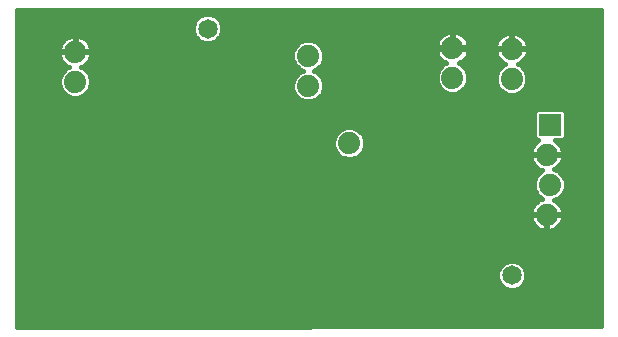
<source format=gbl>
G75*
%MOIN*%
%OFA0B0*%
%FSLAX25Y25*%
%IPPOS*%
%LPD*%
%AMOC8*
5,1,8,0,0,1.08239X$1,22.5*
%
%ADD10C,0.07400*%
%ADD11R,0.07400X0.07400*%
%ADD12C,0.01600*%
%ADD13C,0.06496*%
D10*
X0142120Y0094722D03*
X0128460Y0113902D03*
X0128460Y0123902D03*
X0176500Y0126432D03*
X0176500Y0116432D03*
X0196190Y0116172D03*
X0196190Y0126172D03*
X0207930Y0090912D03*
X0208930Y0080912D03*
X0207930Y0070912D03*
X0050720Y0115132D03*
X0050720Y0125132D03*
D11*
X0208930Y0100912D03*
D12*
X0031390Y0138925D02*
X0031390Y0033564D01*
X0225981Y0033650D01*
X0225981Y0139010D01*
X0031390Y0138925D01*
X0031390Y0137591D02*
X0093595Y0137591D01*
X0093956Y0137740D02*
X0092174Y0137002D01*
X0090810Y0135638D01*
X0090072Y0133856D01*
X0090072Y0131928D01*
X0090810Y0130146D01*
X0092174Y0128782D01*
X0093956Y0128044D01*
X0095884Y0128044D01*
X0097666Y0128782D01*
X0099030Y0130146D01*
X0099768Y0131928D01*
X0099768Y0133856D01*
X0099030Y0135638D01*
X0097666Y0137002D01*
X0095884Y0137740D01*
X0093956Y0137740D01*
X0096245Y0137591D02*
X0225981Y0137591D01*
X0225981Y0135992D02*
X0098676Y0135992D01*
X0099545Y0134394D02*
X0225981Y0134394D01*
X0225981Y0132795D02*
X0099768Y0132795D01*
X0099465Y0131197D02*
X0173737Y0131197D01*
X0173617Y0131136D02*
X0172917Y0130627D01*
X0172305Y0130015D01*
X0171796Y0129315D01*
X0171403Y0128543D01*
X0171135Y0127720D01*
X0171000Y0126865D01*
X0171000Y0126632D01*
X0176300Y0126632D01*
X0176300Y0131932D01*
X0176067Y0131932D01*
X0175212Y0131797D01*
X0174389Y0131529D01*
X0173617Y0131136D01*
X0172002Y0129598D02*
X0098482Y0129598D01*
X0091358Y0129598D02*
X0053930Y0129598D01*
X0053603Y0129836D02*
X0054303Y0129327D01*
X0054915Y0128715D01*
X0055424Y0128015D01*
X0055817Y0127243D01*
X0056085Y0126420D01*
X0056220Y0125565D01*
X0056220Y0125332D01*
X0050920Y0125332D01*
X0050520Y0125332D01*
X0050520Y0130632D01*
X0050287Y0130632D01*
X0049432Y0130497D01*
X0048609Y0130229D01*
X0047837Y0129836D01*
X0047137Y0129327D01*
X0046525Y0128715D01*
X0046016Y0128015D01*
X0045623Y0127243D01*
X0045355Y0126420D01*
X0045220Y0125565D01*
X0045220Y0125332D01*
X0050520Y0125332D01*
X0050520Y0124932D01*
X0045220Y0124932D01*
X0045220Y0124699D01*
X0045355Y0123844D01*
X0045623Y0123021D01*
X0046016Y0122249D01*
X0046525Y0121549D01*
X0047137Y0120937D01*
X0047837Y0120428D01*
X0048609Y0120035D01*
X0048664Y0120017D01*
X0047718Y0119625D01*
X0046227Y0118134D01*
X0045420Y0116186D01*
X0045420Y0114078D01*
X0046227Y0112130D01*
X0047718Y0110639D01*
X0049666Y0109832D01*
X0051774Y0109832D01*
X0053722Y0110639D01*
X0055213Y0112130D01*
X0056020Y0114078D01*
X0056020Y0116186D01*
X0055213Y0118134D01*
X0053722Y0119625D01*
X0052776Y0120017D01*
X0052831Y0120035D01*
X0053603Y0120428D01*
X0054303Y0120937D01*
X0054915Y0121549D01*
X0055424Y0122249D01*
X0055817Y0123021D01*
X0056085Y0123844D01*
X0056220Y0124699D01*
X0056220Y0124932D01*
X0050920Y0124932D01*
X0050920Y0125332D01*
X0050920Y0130632D01*
X0051153Y0130632D01*
X0052008Y0130497D01*
X0052831Y0130229D01*
X0053603Y0129836D01*
X0055432Y0128000D02*
X0125062Y0128000D01*
X0125458Y0128395D02*
X0123967Y0126904D01*
X0123160Y0124956D01*
X0123160Y0122848D01*
X0123967Y0120900D01*
X0125458Y0119409D01*
X0126682Y0118902D01*
X0125458Y0118395D01*
X0123967Y0116904D01*
X0123160Y0114956D01*
X0123160Y0112848D01*
X0123967Y0110900D01*
X0125458Y0109409D01*
X0127406Y0108602D01*
X0129514Y0108602D01*
X0131462Y0109409D01*
X0132953Y0110900D01*
X0133760Y0112848D01*
X0133760Y0114956D01*
X0132953Y0116904D01*
X0131462Y0118395D01*
X0130238Y0118902D01*
X0131462Y0119409D01*
X0132953Y0120900D01*
X0133760Y0122848D01*
X0133760Y0124956D01*
X0132953Y0126904D01*
X0131462Y0128395D01*
X0129514Y0129202D01*
X0127406Y0129202D01*
X0125458Y0128395D01*
X0123759Y0126401D02*
X0056088Y0126401D01*
X0056220Y0124803D02*
X0123160Y0124803D01*
X0123160Y0123204D02*
X0055877Y0123204D01*
X0054956Y0121606D02*
X0123674Y0121606D01*
X0124859Y0120007D02*
X0052800Y0120007D01*
X0054939Y0118409D02*
X0125491Y0118409D01*
X0123928Y0116810D02*
X0055762Y0116810D01*
X0056020Y0115212D02*
X0123266Y0115212D01*
X0123160Y0113613D02*
X0055828Y0113613D01*
X0055098Y0112015D02*
X0123505Y0112015D01*
X0124451Y0110416D02*
X0053184Y0110416D01*
X0048256Y0110416D02*
X0031390Y0110416D01*
X0031390Y0108818D02*
X0126885Y0108818D01*
X0130035Y0108818D02*
X0225981Y0108818D01*
X0225981Y0110416D02*
X0132469Y0110416D01*
X0133415Y0112015D02*
X0173422Y0112015D01*
X0173498Y0111939D02*
X0175446Y0111132D01*
X0177554Y0111132D01*
X0179502Y0111939D01*
X0180993Y0113430D01*
X0181800Y0115378D01*
X0181800Y0117486D01*
X0180993Y0119434D01*
X0179502Y0120925D01*
X0178556Y0121317D01*
X0178611Y0121335D01*
X0179383Y0121728D01*
X0180083Y0122237D01*
X0180695Y0122849D01*
X0181204Y0123549D01*
X0181597Y0124321D01*
X0181865Y0125144D01*
X0182000Y0125999D01*
X0182000Y0126232D01*
X0176700Y0126232D01*
X0176700Y0126632D01*
X0176300Y0126632D01*
X0176300Y0126232D01*
X0171000Y0126232D01*
X0171000Y0125999D01*
X0171135Y0125144D01*
X0171403Y0124321D01*
X0171796Y0123549D01*
X0172305Y0122849D01*
X0172917Y0122237D01*
X0173617Y0121728D01*
X0174389Y0121335D01*
X0174444Y0121317D01*
X0173498Y0120925D01*
X0172007Y0119434D01*
X0171200Y0117486D01*
X0171200Y0115378D01*
X0172007Y0113430D01*
X0173498Y0111939D01*
X0171931Y0113613D02*
X0133760Y0113613D01*
X0133654Y0115212D02*
X0171269Y0115212D01*
X0171200Y0116810D02*
X0132992Y0116810D01*
X0131429Y0118409D02*
X0171582Y0118409D01*
X0172580Y0120007D02*
X0132061Y0120007D01*
X0133245Y0121606D02*
X0173857Y0121606D01*
X0172047Y0123204D02*
X0133760Y0123204D01*
X0133760Y0124803D02*
X0171246Y0124803D01*
X0176300Y0126401D02*
X0133161Y0126401D01*
X0131858Y0128000D02*
X0171226Y0128000D01*
X0176300Y0128000D02*
X0176700Y0128000D01*
X0176700Y0126632D02*
X0176700Y0131932D01*
X0176933Y0131932D01*
X0177788Y0131797D01*
X0178611Y0131529D01*
X0179383Y0131136D01*
X0180083Y0130627D01*
X0180695Y0130015D01*
X0181204Y0129315D01*
X0181597Y0128543D01*
X0181865Y0127720D01*
X0182000Y0126865D01*
X0182000Y0126632D01*
X0176700Y0126632D01*
X0176700Y0126401D02*
X0190690Y0126401D01*
X0190690Y0126372D02*
X0195990Y0126372D01*
X0195990Y0131672D01*
X0195757Y0131672D01*
X0194902Y0131537D01*
X0194079Y0131269D01*
X0193307Y0130876D01*
X0192607Y0130367D01*
X0191995Y0129755D01*
X0191486Y0129055D01*
X0191093Y0128283D01*
X0190825Y0127460D01*
X0190690Y0126605D01*
X0190690Y0126372D01*
X0190690Y0125972D02*
X0190690Y0125739D01*
X0190825Y0124884D01*
X0191093Y0124061D01*
X0191486Y0123289D01*
X0191995Y0122589D01*
X0192607Y0121977D01*
X0193307Y0121468D01*
X0194079Y0121075D01*
X0194134Y0121057D01*
X0193188Y0120665D01*
X0191697Y0119174D01*
X0190890Y0117226D01*
X0190890Y0115118D01*
X0191697Y0113170D01*
X0193188Y0111679D01*
X0195136Y0110872D01*
X0197244Y0110872D01*
X0199192Y0111679D01*
X0200683Y0113170D01*
X0201490Y0115118D01*
X0201490Y0117226D01*
X0200683Y0119174D01*
X0199192Y0120665D01*
X0198246Y0121057D01*
X0198301Y0121075D01*
X0199073Y0121468D01*
X0199773Y0121977D01*
X0200385Y0122589D01*
X0200894Y0123289D01*
X0201287Y0124061D01*
X0201555Y0124884D01*
X0201690Y0125739D01*
X0201690Y0125972D01*
X0196390Y0125972D01*
X0196390Y0126372D01*
X0195990Y0126372D01*
X0195990Y0125972D01*
X0190690Y0125972D01*
X0190852Y0124803D02*
X0181754Y0124803D01*
X0180953Y0123204D02*
X0191548Y0123204D01*
X0193118Y0121606D02*
X0179143Y0121606D01*
X0180420Y0120007D02*
X0192530Y0120007D01*
X0191380Y0118409D02*
X0181418Y0118409D01*
X0181800Y0116810D02*
X0190890Y0116810D01*
X0190890Y0115212D02*
X0181731Y0115212D01*
X0181069Y0113613D02*
X0191513Y0113613D01*
X0192852Y0112015D02*
X0179578Y0112015D01*
X0199528Y0112015D02*
X0225981Y0112015D01*
X0225981Y0113613D02*
X0200867Y0113613D01*
X0201490Y0115212D02*
X0225981Y0115212D01*
X0225981Y0116810D02*
X0201490Y0116810D01*
X0201000Y0118409D02*
X0225981Y0118409D01*
X0225981Y0120007D02*
X0199850Y0120007D01*
X0199262Y0121606D02*
X0225981Y0121606D01*
X0225981Y0123204D02*
X0200832Y0123204D01*
X0201528Y0124803D02*
X0225981Y0124803D01*
X0225981Y0126401D02*
X0201690Y0126401D01*
X0201690Y0126372D02*
X0201690Y0126605D01*
X0201555Y0127460D01*
X0201287Y0128283D01*
X0200894Y0129055D01*
X0200385Y0129755D01*
X0199773Y0130367D01*
X0199073Y0130876D01*
X0198301Y0131269D01*
X0197478Y0131537D01*
X0196623Y0131672D01*
X0196390Y0131672D01*
X0196390Y0126372D01*
X0201690Y0126372D01*
X0201379Y0128000D02*
X0225981Y0128000D01*
X0225981Y0129598D02*
X0200499Y0129598D01*
X0198443Y0131197D02*
X0225981Y0131197D01*
X0196390Y0131197D02*
X0195990Y0131197D01*
X0195990Y0129598D02*
X0196390Y0129598D01*
X0196390Y0128000D02*
X0195990Y0128000D01*
X0191881Y0129598D02*
X0180998Y0129598D01*
X0181774Y0128000D02*
X0191001Y0128000D01*
X0193937Y0131197D02*
X0179263Y0131197D01*
X0176700Y0131197D02*
X0176300Y0131197D01*
X0176300Y0129598D02*
X0176700Y0129598D01*
X0195990Y0126401D02*
X0196390Y0126401D01*
X0225981Y0107219D02*
X0031390Y0107219D01*
X0031390Y0105621D02*
X0203976Y0105621D01*
X0203630Y0105275D02*
X0203630Y0096549D01*
X0204567Y0095612D01*
X0205042Y0095612D01*
X0204347Y0095107D01*
X0203735Y0094495D01*
X0203226Y0093795D01*
X0202833Y0093023D01*
X0202565Y0092200D01*
X0202430Y0091345D01*
X0202430Y0091112D01*
X0207730Y0091112D01*
X0207730Y0090712D01*
X0202430Y0090712D01*
X0202430Y0090479D01*
X0202565Y0089624D01*
X0202833Y0088801D01*
X0203226Y0088029D01*
X0203735Y0087329D01*
X0204347Y0086717D01*
X0205047Y0086208D01*
X0205819Y0085815D01*
X0206434Y0085615D01*
X0205928Y0085405D01*
X0204437Y0083914D01*
X0203630Y0081966D01*
X0203630Y0079858D01*
X0204437Y0077910D01*
X0205928Y0076419D01*
X0206434Y0076209D01*
X0205819Y0076009D01*
X0205047Y0075616D01*
X0204347Y0075107D01*
X0203735Y0074495D01*
X0203226Y0073795D01*
X0202833Y0073023D01*
X0202565Y0072200D01*
X0202430Y0071345D01*
X0202430Y0071112D01*
X0207730Y0071112D01*
X0207730Y0070712D01*
X0202430Y0070712D01*
X0202430Y0070479D01*
X0202565Y0069624D01*
X0202833Y0068801D01*
X0203226Y0068029D01*
X0203735Y0067329D01*
X0204347Y0066717D01*
X0205047Y0066208D01*
X0205819Y0065815D01*
X0206642Y0065547D01*
X0207497Y0065412D01*
X0207730Y0065412D01*
X0207730Y0070712D01*
X0208130Y0070712D01*
X0208130Y0071112D01*
X0213430Y0071112D01*
X0213430Y0071345D01*
X0213295Y0072200D01*
X0213027Y0073023D01*
X0212634Y0073795D01*
X0212125Y0074495D01*
X0211513Y0075107D01*
X0210813Y0075616D01*
X0210445Y0075803D01*
X0211932Y0076419D01*
X0213423Y0077910D01*
X0214230Y0079858D01*
X0214230Y0081966D01*
X0213423Y0083914D01*
X0211932Y0085405D01*
X0210445Y0086021D01*
X0210813Y0086208D01*
X0211513Y0086717D01*
X0212125Y0087329D01*
X0212634Y0088029D01*
X0213027Y0088801D01*
X0213295Y0089624D01*
X0213430Y0090479D01*
X0213430Y0090712D01*
X0208130Y0090712D01*
X0208130Y0091112D01*
X0213430Y0091112D01*
X0213430Y0091345D01*
X0213295Y0092200D01*
X0213027Y0093023D01*
X0212634Y0093795D01*
X0212125Y0094495D01*
X0211513Y0095107D01*
X0210818Y0095612D01*
X0213293Y0095612D01*
X0214230Y0096549D01*
X0214230Y0105275D01*
X0213293Y0106212D01*
X0204567Y0106212D01*
X0203630Y0105275D01*
X0203630Y0104022D02*
X0031390Y0104022D01*
X0031390Y0102423D02*
X0203630Y0102423D01*
X0203630Y0100825D02*
X0031390Y0100825D01*
X0031390Y0099226D02*
X0139145Y0099226D01*
X0139118Y0099215D02*
X0137627Y0097724D01*
X0136820Y0095776D01*
X0136820Y0093668D01*
X0137627Y0091720D01*
X0139118Y0090229D01*
X0141066Y0089422D01*
X0143174Y0089422D01*
X0145122Y0090229D01*
X0146613Y0091720D01*
X0147420Y0093668D01*
X0147420Y0095776D01*
X0146613Y0097724D01*
X0145122Y0099215D01*
X0143174Y0100022D01*
X0141066Y0100022D01*
X0139118Y0099215D01*
X0137587Y0097628D02*
X0031390Y0097628D01*
X0031390Y0096029D02*
X0136925Y0096029D01*
X0136820Y0094431D02*
X0031390Y0094431D01*
X0031390Y0092832D02*
X0137166Y0092832D01*
X0138113Y0091234D02*
X0031390Y0091234D01*
X0031390Y0089635D02*
X0140550Y0089635D01*
X0143690Y0089635D02*
X0202564Y0089635D01*
X0202430Y0091234D02*
X0146127Y0091234D01*
X0147074Y0092832D02*
X0202771Y0092832D01*
X0203688Y0094431D02*
X0147420Y0094431D01*
X0147315Y0096029D02*
X0204150Y0096029D01*
X0203630Y0097628D02*
X0146653Y0097628D01*
X0145095Y0099226D02*
X0203630Y0099226D01*
X0212172Y0094431D02*
X0225981Y0094431D01*
X0225981Y0096029D02*
X0213710Y0096029D01*
X0214230Y0097628D02*
X0225981Y0097628D01*
X0225981Y0099226D02*
X0214230Y0099226D01*
X0214230Y0100825D02*
X0225981Y0100825D01*
X0225981Y0102423D02*
X0214230Y0102423D01*
X0214230Y0104022D02*
X0225981Y0104022D01*
X0225981Y0105621D02*
X0213884Y0105621D01*
X0213089Y0092832D02*
X0225981Y0092832D01*
X0225981Y0091234D02*
X0213430Y0091234D01*
X0213296Y0089635D02*
X0225981Y0089635D01*
X0225981Y0088037D02*
X0212638Y0088037D01*
X0211130Y0086438D02*
X0225981Y0086438D01*
X0225981Y0084840D02*
X0212497Y0084840D01*
X0213702Y0083241D02*
X0225981Y0083241D01*
X0225981Y0081643D02*
X0214230Y0081643D01*
X0214230Y0080044D02*
X0225981Y0080044D01*
X0225981Y0078446D02*
X0213645Y0078446D01*
X0212361Y0076847D02*
X0225981Y0076847D01*
X0225981Y0075249D02*
X0211318Y0075249D01*
X0212708Y0073650D02*
X0225981Y0073650D01*
X0225981Y0072052D02*
X0213318Y0072052D01*
X0213430Y0070712D02*
X0208130Y0070712D01*
X0208130Y0065412D01*
X0208363Y0065412D01*
X0209218Y0065547D01*
X0210041Y0065815D01*
X0210813Y0066208D01*
X0211513Y0066717D01*
X0212125Y0067329D01*
X0212634Y0068029D01*
X0213027Y0068801D01*
X0213295Y0069624D01*
X0213430Y0070479D01*
X0213430Y0070712D01*
X0213426Y0070453D02*
X0225981Y0070453D01*
X0225981Y0068855D02*
X0213045Y0068855D01*
X0212052Y0067256D02*
X0225981Y0067256D01*
X0225981Y0065658D02*
X0209558Y0065658D01*
X0208130Y0065658D02*
X0207730Y0065658D01*
X0206302Y0065658D02*
X0031390Y0065658D01*
X0031390Y0067256D02*
X0203808Y0067256D01*
X0202815Y0068855D02*
X0031390Y0068855D01*
X0031390Y0070453D02*
X0202434Y0070453D01*
X0202542Y0072052D02*
X0031390Y0072052D01*
X0031390Y0073650D02*
X0203152Y0073650D01*
X0204542Y0075249D02*
X0031390Y0075249D01*
X0031390Y0076847D02*
X0205499Y0076847D01*
X0204215Y0078446D02*
X0031390Y0078446D01*
X0031390Y0080044D02*
X0203630Y0080044D01*
X0203630Y0081643D02*
X0031390Y0081643D01*
X0031390Y0083241D02*
X0204158Y0083241D01*
X0205363Y0084840D02*
X0031390Y0084840D01*
X0031390Y0086438D02*
X0204730Y0086438D01*
X0203222Y0088037D02*
X0031390Y0088037D01*
X0031390Y0112015D02*
X0046342Y0112015D01*
X0045612Y0113613D02*
X0031390Y0113613D01*
X0031390Y0115212D02*
X0045420Y0115212D01*
X0045678Y0116810D02*
X0031390Y0116810D01*
X0031390Y0118409D02*
X0046501Y0118409D01*
X0048640Y0120007D02*
X0031390Y0120007D01*
X0031390Y0121606D02*
X0046484Y0121606D01*
X0045563Y0123204D02*
X0031390Y0123204D01*
X0031390Y0124803D02*
X0045220Y0124803D01*
X0045352Y0126401D02*
X0031390Y0126401D01*
X0031390Y0128000D02*
X0046008Y0128000D01*
X0047510Y0129598D02*
X0031390Y0129598D01*
X0031390Y0131197D02*
X0090375Y0131197D01*
X0090072Y0132795D02*
X0031390Y0132795D01*
X0031390Y0134394D02*
X0090295Y0134394D01*
X0091164Y0135992D02*
X0031390Y0135992D01*
X0050520Y0129598D02*
X0050920Y0129598D01*
X0050920Y0128000D02*
X0050520Y0128000D01*
X0050520Y0126401D02*
X0050920Y0126401D01*
X0031390Y0064059D02*
X0225981Y0064059D01*
X0225981Y0062461D02*
X0031390Y0062461D01*
X0031390Y0060862D02*
X0225981Y0060862D01*
X0225981Y0059264D02*
X0031390Y0059264D01*
X0031390Y0057665D02*
X0225981Y0057665D01*
X0225981Y0056067D02*
X0031390Y0056067D01*
X0031390Y0054468D02*
X0193290Y0054468D01*
X0193564Y0054742D02*
X0192200Y0053378D01*
X0191462Y0051596D01*
X0191462Y0049668D01*
X0192200Y0047886D01*
X0193564Y0046522D01*
X0195346Y0045784D01*
X0197274Y0045784D01*
X0199056Y0046522D01*
X0200420Y0047886D01*
X0201158Y0049668D01*
X0201158Y0051596D01*
X0200420Y0053378D01*
X0199056Y0054742D01*
X0197274Y0055480D01*
X0195346Y0055480D01*
X0193564Y0054742D01*
X0191989Y0052870D02*
X0031390Y0052870D01*
X0031390Y0051271D02*
X0191462Y0051271D01*
X0191462Y0049673D02*
X0031390Y0049673D01*
X0031390Y0048074D02*
X0192122Y0048074D01*
X0193676Y0046476D02*
X0031390Y0046476D01*
X0031390Y0044877D02*
X0225981Y0044877D01*
X0225981Y0043279D02*
X0031390Y0043279D01*
X0031390Y0041680D02*
X0225981Y0041680D01*
X0225981Y0040082D02*
X0031390Y0040082D01*
X0031390Y0038483D02*
X0225981Y0038483D01*
X0225981Y0036885D02*
X0031390Y0036885D01*
X0031390Y0035286D02*
X0225981Y0035286D01*
X0225981Y0033688D02*
X0031390Y0033688D01*
X0198944Y0046476D02*
X0225981Y0046476D01*
X0225981Y0048074D02*
X0200498Y0048074D01*
X0201158Y0049673D02*
X0225981Y0049673D01*
X0225981Y0051271D02*
X0201158Y0051271D01*
X0200631Y0052870D02*
X0225981Y0052870D01*
X0225981Y0054468D02*
X0199330Y0054468D01*
X0207730Y0067256D02*
X0208130Y0067256D01*
X0208130Y0068855D02*
X0207730Y0068855D01*
X0207730Y0070453D02*
X0208130Y0070453D01*
D13*
X0196310Y0050632D03*
X0112660Y0048692D03*
X0173210Y0105382D03*
X0147880Y0105432D03*
X0094920Y0132892D03*
M02*

</source>
